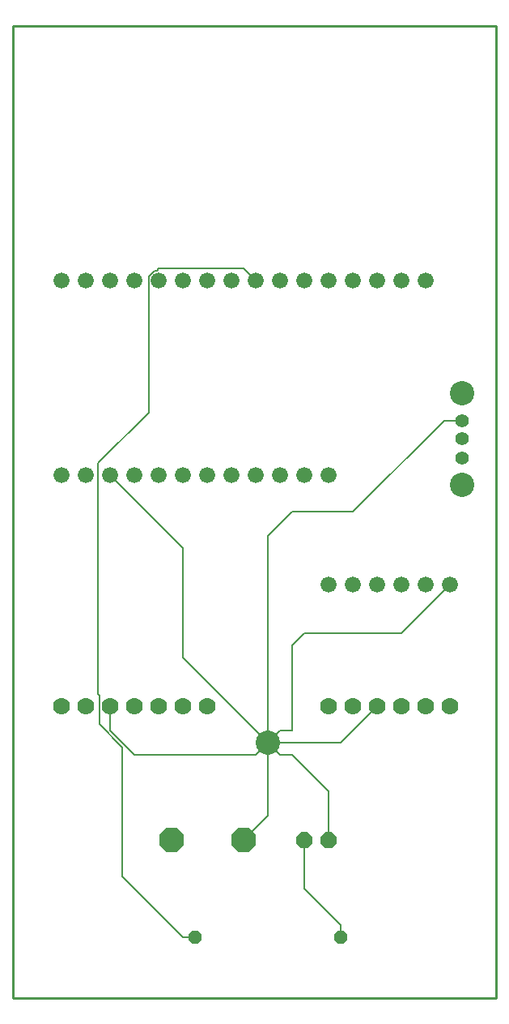
<source format=gbr>
G04 EAGLE Gerber RS-274X export*
G75*
%MOMM*%
%FSLAX34Y34*%
%LPD*%
%INTop Copper*%
%IPPOS*%
%AMOC8*
5,1,8,0,0,1.08239X$1,22.5*%
G01*
%ADD10C,1.676400*%
%ADD11C,1.778000*%
%ADD12P,1.814519X8X22.500000*%
%ADD13P,1.429621X8X22.500000*%
%ADD14C,1.422400*%
%ADD15C,2.540000*%
%ADD16P,2.749271X8X22.500000*%
%ADD17C,0.152400*%
%ADD18C,0.254000*%


D10*
X546100Y457200D03*
X571500Y457200D03*
X596900Y457200D03*
X622300Y457200D03*
X647700Y457200D03*
X673100Y457200D03*
D11*
X546100Y330200D03*
X571500Y330200D03*
X596900Y330200D03*
X622300Y330200D03*
X647700Y330200D03*
X673100Y330200D03*
X266700Y330200D03*
X292100Y330200D03*
X317500Y330200D03*
X342900Y330200D03*
X368300Y330200D03*
X393700Y330200D03*
X419100Y330200D03*
D12*
X520700Y190500D03*
X546100Y190500D03*
D13*
X406400Y88900D03*
X558800Y88900D03*
D14*
X685800Y609600D03*
D15*
X685800Y657600D03*
X685800Y561600D03*
D14*
X685800Y589600D03*
X685800Y628600D03*
D16*
X381508Y190500D03*
X456692Y190500D03*
D10*
X647700Y774700D03*
X622300Y774700D03*
X596900Y774700D03*
X571500Y774700D03*
X546100Y774700D03*
X520700Y774700D03*
X495300Y774700D03*
X469900Y774700D03*
X444500Y774700D03*
X419100Y774700D03*
X393700Y774700D03*
X368300Y774700D03*
X342900Y774700D03*
X317500Y774700D03*
X292100Y774700D03*
X266700Y774700D03*
X546100Y571500D03*
X520700Y571500D03*
X495300Y571500D03*
X469900Y571500D03*
X444500Y571500D03*
X419100Y571500D03*
X393700Y571500D03*
X368300Y571500D03*
X342900Y571500D03*
X317500Y571500D03*
X292100Y571500D03*
X266700Y571500D03*
D15*
X482600Y292100D03*
D17*
X558800Y292100D02*
X596900Y330200D01*
X558800Y292100D02*
X482600Y292100D01*
X546100Y241300D02*
X546100Y190500D01*
X546100Y241300D02*
X508000Y279400D01*
X495300Y279400D01*
X482600Y292100D01*
X482600Y216408D02*
X456692Y190500D01*
X482600Y216408D02*
X482600Y292100D01*
X317500Y304800D02*
X317500Y330200D01*
X317500Y304800D02*
X342900Y279400D01*
X469900Y279400D02*
X482600Y292100D01*
X469900Y279400D02*
X342900Y279400D01*
X393700Y495300D02*
X317500Y571500D01*
X393700Y381000D02*
X482600Y292100D01*
X393700Y381000D02*
X393700Y495300D01*
X666700Y628600D02*
X685800Y628600D01*
X571500Y533400D02*
X508000Y533400D01*
X482600Y508000D01*
X482600Y292100D01*
X571500Y533400D02*
X666700Y628600D01*
X673100Y457200D02*
X622300Y406400D01*
X520700Y406400D01*
X508000Y393700D01*
X508000Y304800D01*
X495300Y304800D01*
X482600Y292100D01*
X406400Y88900D02*
X393700Y88900D01*
X330200Y152400D01*
X306324Y341376D02*
X304800Y342900D01*
X306324Y311665D02*
X330200Y287789D01*
X306324Y311665D02*
X306324Y341376D01*
X304800Y342900D02*
X304800Y584200D01*
X357632Y779119D02*
X363881Y785368D01*
X366268Y785368D01*
X368300Y787400D01*
X357632Y779119D02*
X357632Y637032D01*
X368300Y787400D02*
X457200Y787400D01*
X469900Y774700D01*
X330200Y287789D02*
X330200Y152400D01*
X304800Y584200D02*
X357632Y637032D01*
X520700Y190500D02*
X520700Y139700D01*
X558800Y101600D01*
X558800Y88900D01*
D18*
X215900Y25400D02*
X720600Y25400D01*
X720600Y1041300D01*
X215900Y1041300D01*
X215900Y25400D01*
M02*

</source>
